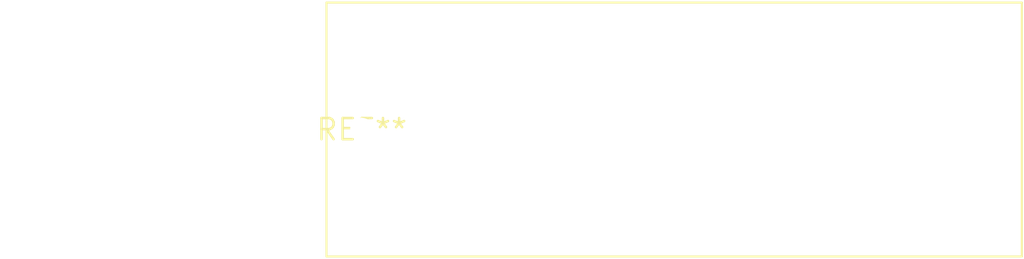
<source format=kicad_pcb>
(kicad_pcb (version 20240108) (generator pcbnew)
  (layers (0 "F.Cu" signal) (31 "B.Cu" signal) (34 "B.Paste" user) (35 "F.Paste" user) (36 "B.SilkS" user "B.Silkscreen") (37 "F.SilkS" user "F.Silkscreen") (38 "B.Mask" user) (39 "F.Mask" user) (44 "Edge.Cuts" user))
  (net 0 "")
  (footprint "C_Rect_L41.5mm_W15.0mm_P37.50mm_MKS4" (layer "F.Cu") (at 0 0)
    (property "Reference" "REF**")
    (property "Value" "C_Rect_L41.5mm_W15.0mm_P37.50mm_MKS4")
    (fp_line (start -2.12 -7.62) (end -2.12 7.62) (layer "F.SilkS") (stroke (width 0.12)))
    (fp_line (start -2.12 -7.62) (end 39.62 -7.62) (layer "F.SilkS") (stroke (width 0.12)))
    (fp_line (start -2.12 7.62) (end 39.62 7.62) (layer "F.SilkS") (stroke (width 0.12)))
    (fp_line (start 39.62 -7.62) (end 39.62 7.62) (layer "F.SilkS") (stroke (width 0.12)))
    (pad "1" thru_hole circle (at 0 0) (size 2.8 2.8) (drill 1.4) (layers *.Cu *.Mask) (remove_unused_layers))
    (pad "2" thru_hole circle (at 37.5 0) (size 2.8 2.8) (drill 1.4) (layers *.Cu *.Mask) (remove_unused_layers))
  )
)
</source>
